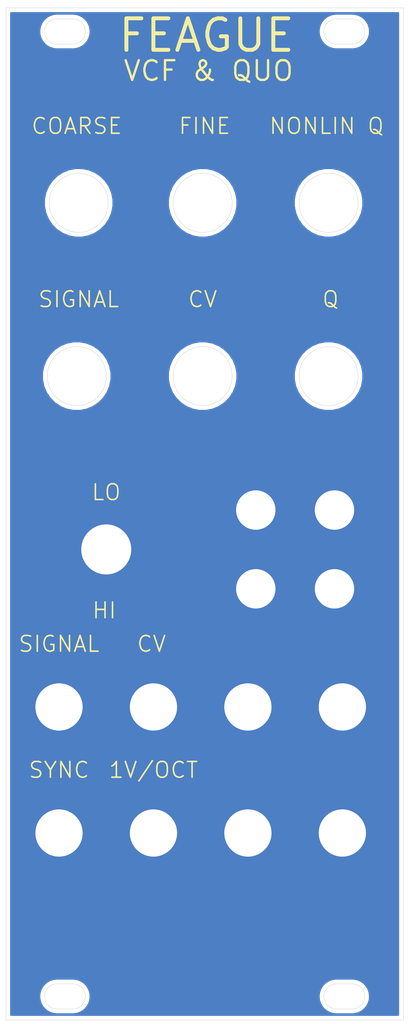
<source format=kicad_pcb>
(kicad_pcb (version 20171130) (host pcbnew "(5.1.5-0)")
  (layers (0 F.Cu signal) (31 B.Cu signal) (34 B.Paste user) (35 F.Paste user) (36 B.SilkS user) (37 F.SilkS user) (38 B.Mask user) (39 F.Mask user) (44 Edge.Cuts user))
  (net 0 "")
  (net 1 GND)
  (module "custom footprints:potleaf_small_copper" (layer F.Cu) (at 125.25 153.5)
    (fp_text reference REF** hide)
    (fp_text value potleaf_small_copper)
    (fp_poly (pts (xy -3.4036 -3.9751) (xy -3.0861 -3.7338) (xy -2.52095 -3.4163) (xy -1.92405 -2.9845) (xy -1.5494 -2.6035) (xy -1.14935 -2.03835) (xy -0.55245 -0.85725) (xy -0.254 -0.2921) (xy -0.2413 -0.2794) (xy -0.5715 -0.254) (xy -0.6731 -0.3048) (xy -1.0287 -0.55245) (xy -1.4351 -0.92075) (xy -1.7653 -1.27) (xy -2.1209 -1.7018) (xy -2.4003 -2.1209) (xy -2.5908 -2.3749) (xy -2.8448 -2.8321) (xy -3.0988 -3.2004) (xy -3.3401 -3.6195) (xy -3.6195 -4.1783)) (layer F.Cu) (width 0.1))
    (fp_poly (pts (xy -1.997075 -0.796925) (xy -1.660525 -0.701675) (xy -1.397 -0.6096) (xy -0.6985 -0.2032) (xy -0.66802 -0.17526) (xy -0.6604 -0.1905) (xy -0.6604 -0.1778) (xy -0.66802 -0.17526) (xy -0.7493 -0.0127) (xy -0.3556 0.127) (xy -0.56515 0.1524) (xy -0.95885 0.1778) (xy -1.4351 0.1778) (xy -1.8796 0.1143) (xy -2.3622 0) (xy -2.7559 -0.1143) (xy -3.1623 -0.3429) (xy -3.4798 -0.5715) (xy -3.8862 -0.6985) (xy -3.2385 -0.7493) (xy -2.7051 -0.7874) (xy -2.24155 -0.79375)) (layer F.Cu) (width 0.1))
    (fp_poly (pts (xy -0.13335 0.2667) (xy -0.50165 0.6985) (xy -0.9398 0.97155) (xy -1.3208 1.11125) (xy -2.0701 1.27635) (xy -1.5875 0.7493) (xy -1.1938 0.4826) (xy -0.8255 0.2794) (xy -0.3556 0.2032) (xy -0.3302 0.2032)) (layer F.Cu) (width 0.1))
    (fp_poly (pts (xy 0 -0.2159) (xy -0.211138 -0.022225) (xy 0.007937 0.073025) (xy 0.758825 0.61595) (xy 0.57785 0.7112) (xy 0 0.254) (xy 0.0127 1.3462) (xy -0.1016 1.2065) (xy -0.10795 0.3175) (xy -0.0635 0.3175) (xy -0.4445 0.1016) (xy -0.73025 -0.0508) (xy -0.56515 -0.3302)) (layer F.Cu) (width 0.1))
    (fp_poly (pts (xy 0.64135 0.2413) (xy 1.1938 0.5207) (xy 1.520825 0.847725) (xy 1.655763 1.077913) (xy 1.887538 1.347788) (xy 1.58115 1.26365) (xy 1.32715 1.18745) (xy 1.14935 1.12395) (xy 0.7747 0.9906) (xy 0.415925 0.796925) (xy 0.155575 0.511175) (xy 0.03175 0.34925) (xy 0.09525 0.38735) (xy 0.06985 0.32385) (xy 0.13335 0.1524)) (layer F.Cu) (width 0.1))
    (fp_poly (pts (xy 3.0734 -0.762) (xy 3.5052 -0.7366) (xy 4.083207 -0.726057) (xy 3.4036 -0.5715) (xy 2.9718 -0.381) (xy 2.6289 -0.1651) (xy 2.2098 0) (xy 1.6764 0.0889) (xy 1.2319 0.1143) (xy 0.65405 0.09525) (xy 0.0762 0.0762) (xy 0.0127 0) (xy 0.2286 -0.0635) (xy 0.235585 -0.1143) (xy 0.551815 -0.2413) (xy 1.08585 -0.4699) (xy 1.6383 -0.6731) (xy 2.032 -0.7874) (xy 2.4765 -0.7874)) (layer F.Cu) (width 0.1))
    (fp_poly (pts (xy 3.0607 -3.4163) (xy 2.8194 -2.921) (xy 2.6162 -2.4638) (xy 2.35585 -1.9431) (xy 2.0828 -1.5875) (xy 1.77165 -1.17475) (xy 1.30175 -0.78105) (xy 0.8001 -0.4445) (xy -0.3048 0.1524) (xy -0.2794 -0.1778) (xy 0.0254 -0.2286) (xy 0.27305 -0.66675) (xy 0.48895 -1.1303) (xy 0.65405 -1.4605) (xy 0.8382 -1.7526) (xy 1.0033 -2.0701) (xy 1.2827 -2.4257) (xy 1.5621 -2.7432) (xy 1.8923 -3.0353) (xy 2.2352 -3.2639) (xy 2.6162 -3.5179) (xy 3.0099 -3.7846) (xy 3.5433 -4.1783)) (layer F.Cu) (width 0.1))
    (fp_poly (pts (xy 0.2159 -5.5499) (xy 0.3175 -5.0673) (xy 0.4318 -4.6101) (xy 0.51435 -4.2799) (xy 0.57785 -3.8989) (xy 0.6223 -3.3782) (xy 0.6223 -2.8448) (xy 0.5715 -2.2606) (xy 0.508 -1.7399) (xy 0.365125 -1.2446) (xy 0.066675 -0.2286) (xy -0.14605 -0.2794) (xy -0.381 -1.1938) (xy -0.554038 -2.0574) (xy -0.538163 -2.8448) (xy -0.485775 -3.5052) (xy -0.32385 -4.2799) (xy -0.0889 -5.0927) (xy 0.0381 -5.8674) (xy 0.1016 -6.3881)) (layer F.Cu) (width 0.1))
  )
  (module "custom footprints:6.35mm_mounting_hole_miniswitch" (layer F.Cu) (at 112.75 98.75)
    (fp_text reference REF** hide)
    (fp_text value 6.35mm_mounting_hole_miniswitch)
    (pad 1 thru_hole circle (at 0 0) (size 6.4 6.4) (drill 6.35) (layers *.Cu *.Mask) (net 1 GND))
  )
  (module "custom footprints:5mm_mounting_hole_LED" (layer F.Cu) (at 131.75 103.75)
    (fp_text reference REF** hide)
    (fp_text value 5mm_mounting_hole_LED)
    (pad 1 thru_hole circle (at 0 0) (size 5.1 5.1) (drill 5) (layers *.Cu *.Mask) (net 1 GND))
  )
  (module "custom footprints:5mm_mounting_hole_LED" (layer F.Cu) (at 141.75 93.75)
    (fp_text reference REF** hide)
    (fp_text value 5mm_mounting_hole_LED)
    (pad 1 thru_hole circle (at 0 0) (size 5.1 5.1) (drill 5) (layers *.Cu *.Mask) (net 1 GND))
  )
  (module "custom footprints:5mm_mounting_hole_LED" (layer F.Cu) (at 131.75 93.75)
    (fp_text reference REF** hide)
    (fp_text value 5mm_mounting_hole_LED)
    (pad 1 thru_hole circle (at 0 0) (size 5.1 5.1) (drill 5) (layers *.Cu *.Mask) (net 1 GND))
  )
  (module "custom footprints:5mm_mounting_hole_LED" (layer F.Cu) (at 141.75 103.75)
    (fp_text reference REF** hide)
    (fp_text value 5mm_mounting_hole_LED)
    (pad 1 thru_hole circle (at 0 0) (size 5.1 5.1) (drill 5) (layers *.Cu *.Mask) (net 1 GND))
  )
  (module "custom footprints:6mm_mounting_hole_thonkiconn" (layer F.Cu) (at 142.75 134.75)
    (fp_text reference TP1 hide)
    (fp_text value TestPoint)
    (pad 1 thru_hole circle (at 0 0) (size 6.1 6.1) (drill 6) (layers *.Cu *.Mask) (net 1 GND))
  )
  (module "custom footprints:6mm_mounting_hole_thonkiconn" (layer F.Cu) (at 130.75 134.75)
    (fp_text reference TP1 hide)
    (fp_text value TestPoint)
    (pad 1 thru_hole circle (at 0 0) (size 6.1 6.1) (drill 6) (layers *.Cu *.Mask) (net 1 GND))
  )
  (module "custom footprints:6mm_mounting_hole_thonkiconn" (layer F.Cu) (at 118.75 134.75)
    (fp_text reference TP1 hide)
    (fp_text value TestPoint)
    (pad 1 thru_hole circle (at 0 0) (size 6.1 6.1) (drill 6) (layers *.Cu *.Mask) (net 1 GND))
  )
  (module "custom footprints:6mm_mounting_hole_thonkiconn" (layer F.Cu) (at 106.75 134.75)
    (fp_text reference TP1 hide)
    (fp_text value TestPoint)
    (pad 1 thru_hole circle (at 0 0) (size 6.1 6.1) (drill 6) (layers *.Cu *.Mask) (net 1 GND))
  )
  (module "custom footprints:6mm_mounting_hole_thonkiconn" (layer F.Cu) (at 106.75 118.75)
    (fp_text reference TP1 hide)
    (fp_text value TestPoint)
    (pad 1 thru_hole circle (at 0 0) (size 6.1 6.1) (drill 6) (layers *.Cu *.Mask) (net 1 GND))
  )
  (module "custom footprints:6mm_mounting_hole_thonkiconn" (layer F.Cu) (at 118.75 118.75)
    (fp_text reference TP1 hide)
    (fp_text value TestPoint)
    (pad 1 thru_hole circle (at 0 0) (size 6.1 6.1) (drill 6) (layers *.Cu *.Mask) (net 1 GND))
  )
  (module "custom footprints:6mm_mounting_hole_thonkiconn" (layer F.Cu) (at 142.75 118.75)
    (fp_text reference TP1 hide)
    (fp_text value TestPoint)
    (pad 1 thru_hole circle (at 0 0) (size 6.1 6.1) (drill 6) (layers *.Cu *.Mask) (net 1 GND))
  )
  (module "custom footprints:6mm_mounting_hole_thonkiconn" (layer F.Cu) (at 130.75 118.75)
    (fp_text reference TP1 hide)
    (fp_text value TestPoint)
    (pad 1 thru_hole circle (at 0 0) (size 6.1 6.1) (drill 6) (layers *.Cu *.Mask) (net 1 GND))
  )
  (gr_line (start 136.75 98.75) (end 136.75 126.25) (layer F.Cu) (width 1))
  (gr_circle (center 136.75 126.25) (end 138.55 126.25) (layer F.Cu) (width 4))
  (gr_circle (center 136.75 111) (end 138.25 111) (layer F.Cu) (width 3))
  (gr_circle (center 136.75 98.75) (end 137.85 98.75) (layer F.Cu) (width 2.5))
  (gr_text 1V/OCT (at 118.75 126.75) (layer F.SilkS) (effects (font (size 2 2) (thickness 0.2))))
  (gr_text SYNC (at 106.75 126.75) (layer F.SilkS) (effects (font (size 2 2) (thickness 0.2))))
  (gr_text CV (at 118.5 110.75) (layer F.SilkS) (effects (font (size 2 2) (thickness 0.2))))
  (gr_text SIGNAL (at 106.75 110.75) (layer F.SilkS) (effects (font (size 2 2) (thickness 0.2))))
  (gr_text HI (at 112.5 106.5) (layer F.SilkS) (effects (font (size 2 2) (thickness 0.2))))
  (gr_text LO (at 112.75 91.5) (layer F.SilkS) (effects (font (size 2 2) (thickness 0.2))))
  (gr_text Q (at 141.25 67) (layer F.SilkS) (effects (font (size 2 2) (thickness 0.2))))
  (gr_text CV (at 125 67) (layer F.SilkS) (effects (font (size 2 2) (thickness 0.2))))
  (gr_text SIGNAL (at 109.25 67) (layer F.SilkS) (effects (font (size 2 2) (thickness 0.2))))
  (gr_text "NONLIN Q" (at 140.75 45) (layer F.SilkS) (effects (font (size 2 2) (thickness 0.2))))
  (gr_text FINE (at 125.25 45) (layer F.SilkS) (effects (font (size 2 2) (thickness 0.2))))
  (gr_text COARSE (at 109 45) (layer F.SilkS) (effects (font (size 2 2) (thickness 0.2))))
  (gr_circle (center 141 76.75) (end 144.75 76.75) (layer Edge.Cuts) (width 0.05))
  (gr_circle (center 125 76.75) (end 128.75 76.75) (layer Edge.Cuts) (width 0.05))
  (gr_circle (center 109 76.75) (end 112.75 76.75) (layer Edge.Cuts) (width 0.05))
  (gr_circle (center 109.25 54.75) (end 113 54.75) (layer Edge.Cuts) (width 0.05))
  (gr_circle (center 125 54.75) (end 128.75 54.75) (layer Edge.Cuts) (width 0.05))
  (gr_circle (center 141 54.75) (end 144.75 54.75) (layer Edge.Cuts) (width 0.05))
  (gr_text "VCF & QUO" (at 125.75 38) (layer F.SilkS) (effects (font (size 2.5 2.5) (thickness 0.3))))
  (gr_text FEAGUE (at 125.5 33.5) (layer F.SilkS) (effects (font (size 4 4) (thickness 0.5))))
  (gr_arc (start 108.5 155.5) (end 108.5 157.1) (angle -180) (layer Edge.Cuts) (width 0.05))
  (gr_line (start 106.5 153.9) (end 108.5 153.9) (layer Edge.Cuts) (width 0.05))
  (gr_arc (start 106.5 155.5) (end 106.5 153.9) (angle -180) (layer Edge.Cuts) (width 0.05))
  (gr_line (start 106.5 157.1) (end 108.5 157.1) (layer Edge.Cuts) (width 0.05))
  (gr_arc (start 108.5 33) (end 108.5 34.6) (angle -180) (layer Edge.Cuts) (width 0.05))
  (gr_line (start 106.5 31.4) (end 108.5 31.4) (layer Edge.Cuts) (width 0.05))
  (gr_arc (start 106.5 33) (end 106.5 31.4) (angle -180) (layer Edge.Cuts) (width 0.05))
  (gr_line (start 106.5 34.6) (end 108.5 34.6) (layer Edge.Cuts) (width 0.05))
  (gr_arc (start 144 155.5) (end 144 157.1) (angle -180) (layer Edge.Cuts) (width 0.05))
  (gr_line (start 142 153.9) (end 144 153.9) (layer Edge.Cuts) (width 0.05))
  (gr_arc (start 142 155.5) (end 142 153.9) (angle -180) (layer Edge.Cuts) (width 0.05))
  (gr_line (start 142 157.1) (end 144 157.1) (layer Edge.Cuts) (width 0.05))
  (gr_line (start 142 31.4) (end 144 31.4) (layer Edge.Cuts) (width 0.05))
  (gr_line (start 142 34.6) (end 144 34.6) (layer Edge.Cuts) (width 0.05))
  (gr_arc (start 142 33) (end 142 31.4) (angle -180) (layer Edge.Cuts) (width 0.05))
  (gr_arc (start 144 33) (end 144 34.6) (angle -180) (layer Edge.Cuts) (width 0.05))
  (gr_line (start 100 158.5) (end 100 30) (layer Edge.Cuts) (width 0.05))
  (gr_line (start 150.5 158.5) (end 100 158.5) (layer Edge.Cuts) (width 0.05))
  (gr_line (start 150.5 30) (end 150.5 158.5) (layer Edge.Cuts) (width 0.05))
  (gr_line (start 100 30) (end 150.5 30) (layer Edge.Cuts) (width 0.05))
  (zone (net 1) (net_name GND) (layer B.Cu) (connect_pads yes (clearance 0.508)) (min_thickness 0.254) (fill yes (arc_segments 32) (thermal_gap 0.508) (thermal_bridge_width 0.508))
    (polygon (pts (xy 102.625 29.25) (xy 151 29.25) (xy 151 159) (xy 99.5 159) (xy 99.25 29.5) (xy 99.25 29) (xy 100.466216 29.162162) (xy 99.5 29.25) (xy 101.125 29.25) (xy 103 29.5) (xy 102.625 29.25) (xy 101.125 29.25) (xy 100.466216 29.162162) (xy 102.25 29)))
  )
)
</source>
